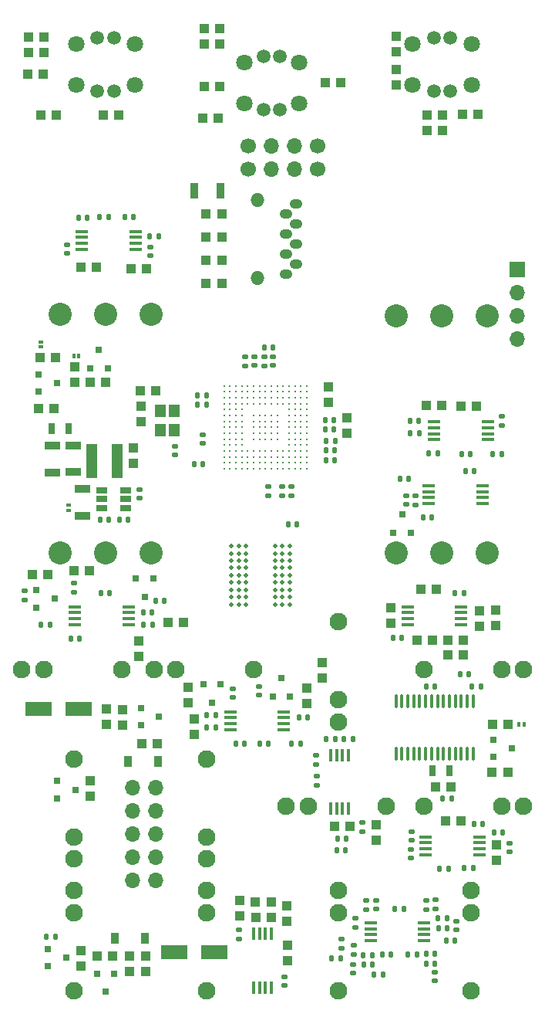
<source format=gbr>
G04 #@! TF.GenerationSoftware,KiCad,Pcbnew,8.0.5*
G04 #@! TF.CreationDate,2024-10-10T15:49:41-07:00*
G04 #@! TF.ProjectId,Sampler-built,53616d70-6c65-4722-9d62-75696c742e6b,rev?*
G04 #@! TF.SameCoordinates,PX38444c0PY67f3540*
G04 #@! TF.FileFunction,Soldermask,Top*
G04 #@! TF.FilePolarity,Negative*
%FSLAX46Y46*%
G04 Gerber Fmt 4.6, Leading zero omitted, Abs format (unit mm)*
G04 Created by KiCad (PCBNEW 8.0.5) date 2024-10-10 15:49:41*
%MOMM*%
%LPD*%
G01*
G04 APERTURE LIST*
G04 Aperture macros list*
%AMRoundRect*
0 Rectangle with rounded corners*
0 $1 Rounding radius*
0 $2 $3 $4 $5 $6 $7 $8 $9 X,Y pos of 4 corners*
0 Add a 4 corners polygon primitive as box body*
4,1,4,$2,$3,$4,$5,$6,$7,$8,$9,$2,$3,0*
0 Add four circle primitives for the rounded corners*
1,1,$1+$1,$2,$3*
1,1,$1+$1,$4,$5*
1,1,$1+$1,$6,$7*
1,1,$1+$1,$8,$9*
0 Add four rect primitives between the rounded corners*
20,1,$1+$1,$2,$3,$4,$5,0*
20,1,$1+$1,$4,$5,$6,$7,0*
20,1,$1+$1,$6,$7,$8,$9,0*
20,1,$1+$1,$8,$9,$2,$3,0*%
G04 Aperture macros list end*
%ADD10R,0.900000X1.200000*%
%ADD11RoundRect,0.147500X0.147500X0.172500X-0.147500X0.172500X-0.147500X-0.172500X0.147500X-0.172500X0*%
%ADD12R,1.000000X1.000000*%
%ADD13RoundRect,0.147500X0.172500X-0.147500X0.172500X0.147500X-0.172500X0.147500X-0.172500X-0.147500X0*%
%ADD14R,0.700000X1.300000*%
%ADD15R,0.439200X0.500000*%
%ADD16R,0.800100X0.800100*%
%ADD17R,1.450000X0.450000*%
%ADD18RoundRect,0.147500X-0.172500X0.147500X-0.172500X-0.147500X0.172500X-0.147500X0.172500X0.147500X0*%
%ADD19RoundRect,0.147500X-0.147500X-0.172500X0.147500X-0.172500X0.147500X0.172500X-0.147500X0.172500X0*%
%ADD20R,3.000000X1.600000*%
%ADD21R,0.500000X0.439200*%
%ADD22R,1.700000X0.900000*%
%ADD23C,1.700000*%
%ADD24O,1.700000X1.700000*%
%ADD25R,1.150000X1.400000*%
%ADD26R,1.700000X1.700000*%
%ADD27R,1.220000X0.650000*%
%ADD28C,0.300000*%
%ADD29R,0.450000X1.450000*%
%ADD30R,1.200000X3.700000*%
%ADD31C,0.500000*%
%ADD32R,0.900000X1.700000*%
%ADD33RoundRect,0.100000X-0.100000X0.637500X-0.100000X-0.637500X0.100000X-0.637500X0.100000X0.637500X0*%
%ADD34C,1.930400*%
%ADD35C,1.800000*%
%ADD36C,1.500000*%
%ADD37O,1.397000X1.092200*%
%ADD38O,1.524000X1.524000*%
%ADD39C,2.540000*%
G04 APERTURE END LIST*
D10*
G04 #@! TO.C,D16*
X-42001433Y26960078D03*
X-45301433Y26960078D03*
G04 #@! TD*
D11*
G04 #@! TO.C,C61*
X-44709785Y86695000D03*
X-45679785Y86695000D03*
G04 #@! TD*
D12*
G04 #@! TO.C,R3*
X-12494785Y96130000D03*
X-12494785Y97830000D03*
G04 #@! TD*
D13*
G04 #@! TO.C,C1*
X-31391285Y70381678D03*
X-31391285Y71351678D03*
G04 #@! TD*
D12*
G04 #@! TO.C,R57*
X-11854785Y40240000D03*
X-13554785Y40240000D03*
G04 #@! TD*
D14*
G04 #@! TO.C,C44*
X-11900000Y25950000D03*
X-10000000Y25950000D03*
G04 #@! TD*
D12*
G04 #@! TO.C,R59*
X-49484785Y24830000D03*
X-49484785Y23130000D03*
G04 #@! TD*
D15*
G04 #@! TO.C,JP4*
X-1831033Y31085078D03*
X-2371833Y31085078D03*
G04 #@! TD*
D16*
G04 #@! TO.C,Q11*
X-43901433Y32860078D03*
X-43901433Y30960078D03*
X-41902453Y31910078D03*
G04 #@! TD*
D12*
G04 #@! TO.C,R61*
X-27859785Y9450000D03*
X-27859785Y11150000D03*
G04 #@! TD*
D17*
G04 #@! TO.C,U15*
X-14604785Y43955000D03*
X-14604785Y43305000D03*
X-14604785Y42655000D03*
X-14604785Y42005000D03*
X-8704785Y42005000D03*
X-8704785Y42655000D03*
X-8704785Y43305000D03*
X-8704785Y43955000D03*
G04 #@! TD*
D12*
G04 #@! TO.C,C45*
X-11500000Y24210000D03*
X-9800000Y24210000D03*
G04 #@! TD*
D18*
G04 #@! TO.C,R42*
X-3424785Y18044750D03*
X-3424785Y17074750D03*
G04 #@! TD*
D12*
G04 #@! TO.C,C25*
X-42051433Y28960078D03*
X-43751433Y28960078D03*
G04 #@! TD*
G04 #@! TO.C,C47*
X-15874785Y102870000D03*
X-15874785Y101170000D03*
G04 #@! TD*
D11*
G04 #@! TO.C,R161*
X-11576648Y4820078D03*
X-12546648Y4820078D03*
G04 #@! TD*
D12*
G04 #@! TO.C,C79*
X-50514785Y81185000D03*
X-48814785Y81185000D03*
G04 #@! TD*
G04 #@! TO.C,C55*
X-54981433Y71250078D03*
X-53281433Y71250078D03*
G04 #@! TD*
D18*
G04 #@! TO.C,C36*
X-37111285Y62821678D03*
X-37111285Y61851678D03*
G04 #@! TD*
D12*
G04 #@! TO.C,C65*
X-7006648Y65934638D03*
X-8706648Y65934638D03*
G04 #@! TD*
G04 #@! TO.C,R71*
X-37084785Y97550000D03*
X-35384785Y97550000D03*
G04 #@! TD*
D19*
G04 #@! TO.C,R52*
X-21562208Y29416592D03*
X-20592208Y29416592D03*
G04 #@! TD*
G04 #@! TO.C,C88*
X-12908296Y53750156D03*
X-11938296Y53750156D03*
G04 #@! TD*
D20*
G04 #@! TO.C,C24*
X-40246648Y6090078D03*
X-35846648Y6090078D03*
G04 #@! TD*
D12*
G04 #@! TO.C,R74*
X-35194785Y105670000D03*
X-36894785Y105670000D03*
G04 #@! TD*
D11*
G04 #@! TO.C,R55*
X-4139785Y19159750D03*
X-5109785Y19159750D03*
G04 #@! TD*
D21*
G04 #@! TO.C,JP2*
X-51851433Y55055478D03*
X-51851433Y54514678D03*
G04 #@! TD*
D18*
G04 #@! TO.C,R49*
X-14199785Y17344750D03*
X-14199785Y16374750D03*
G04 #@! TD*
D19*
G04 #@! TO.C,R41*
X-5248296Y60644638D03*
X-4278296Y60644638D03*
G04 #@! TD*
D22*
G04 #@! TO.C,C67*
X-50294940Y53940000D03*
X-50294940Y56840000D03*
G04 #@! TD*
D23*
G04 #@! TO.C,J4*
X-32104785Y91900000D03*
X-32104785Y94440000D03*
D24*
X-29564785Y91900000D03*
X-29564785Y94440000D03*
X-27024785Y91900000D03*
X-27024785Y94440000D03*
D23*
X-24484785Y91900000D03*
X-24484785Y94440000D03*
G04 #@! TD*
D19*
G04 #@! TO.C,C13*
X-23546285Y60016678D03*
X-22576285Y60016678D03*
G04 #@! TD*
D11*
G04 #@! TO.C,R12*
X-13331648Y62980078D03*
X-14301648Y62980078D03*
G04 #@! TD*
D18*
G04 #@! TO.C,R40*
X-4226648Y64789638D03*
X-4226648Y63819638D03*
G04 #@! TD*
D12*
G04 #@! TO.C,R21*
X-25654785Y35040000D03*
X-25654785Y33340000D03*
G04 #@! TD*
D16*
G04 #@! TO.C,D15*
X-16143296Y52069396D03*
X-14243296Y52069396D03*
X-15193296Y54068376D03*
G04 #@! TD*
D11*
G04 #@! TO.C,C6*
X-37059785Y59600000D03*
X-38029785Y59600000D03*
G04 #@! TD*
D19*
G04 #@! TO.C,R30*
X-36639785Y32100000D03*
X-35669785Y32100000D03*
G04 #@! TD*
G04 #@! TO.C,C8*
X-10735000Y22920000D03*
X-9765000Y22920000D03*
G04 #@! TD*
G04 #@! TO.C,R66*
X-48359940Y53510000D03*
X-47389940Y53510000D03*
G04 #@! TD*
D16*
G04 #@! TO.C,U6*
X-55102193Y69410078D03*
X-55102193Y67510078D03*
X-53103213Y68460078D03*
G04 #@! TD*
D11*
G04 #@! TO.C,R162*
X-13596648Y5790078D03*
X-14566648Y5790078D03*
G04 #@! TD*
D19*
G04 #@! TO.C,C73*
X-33459785Y28970000D03*
X-32489785Y28970000D03*
G04 #@! TD*
D12*
G04 #@! TO.C,C90*
X-8744785Y20454750D03*
X-10444785Y20454750D03*
G04 #@! TD*
D16*
G04 #@! TO.C,D24*
X-35134785Y35420760D03*
X-37034785Y35420760D03*
X-36084785Y33421780D03*
G04 #@! TD*
D11*
G04 #@! TO.C,R65*
X-45274785Y53490000D03*
X-46244785Y53490000D03*
G04 #@! TD*
G04 #@! TO.C,C87*
X-7291648Y58805078D03*
X-8261648Y58805078D03*
G04 #@! TD*
D12*
G04 #@! TO.C,C22*
X-42234785Y67640000D03*
X-43934785Y67640000D03*
G04 #@! TD*
D19*
G04 #@! TO.C,R160*
X-22941648Y5380078D03*
X-21971648Y5380078D03*
G04 #@! TD*
D18*
G04 #@! TO.C,R164*
X-9216648Y9485078D03*
X-9216648Y8515078D03*
G04 #@! TD*
D13*
G04 #@! TO.C,R44*
X-14179785Y18339750D03*
X-14179785Y19309750D03*
G04 #@! TD*
D22*
G04 #@! TO.C,C70*
X-51301433Y61590078D03*
X-51301433Y58690078D03*
G04 #@! TD*
D19*
G04 #@! TO.C,C59*
X-12251648Y60724638D03*
X-11281648Y60724638D03*
G04 #@! TD*
D18*
G04 #@! TO.C,R7*
X-19126648Y11725078D03*
X-19126648Y10755078D03*
G04 #@! TD*
D12*
G04 #@! TO.C,C83*
X-12556648Y65994638D03*
X-10856648Y65994638D03*
G04 #@! TD*
G04 #@! TO.C,R73*
X-15874785Y106490000D03*
X-15874785Y104790000D03*
G04 #@! TD*
D19*
G04 #@! TO.C,R23*
X-42924785Y84525000D03*
X-41954785Y84525000D03*
G04 #@! TD*
D18*
G04 #@! TO.C,R14*
X-12506648Y11715078D03*
X-12506648Y10745078D03*
G04 #@! TD*
D12*
G04 #@! TO.C,C57*
X-4824785Y17809750D03*
X-4824785Y16109750D03*
G04 #@! TD*
G04 #@! TO.C,C49*
X-3598653Y31024052D03*
X-5298653Y31024052D03*
G04 #@! TD*
D18*
G04 #@! TO.C,R18*
X-13753296Y56075156D03*
X-13753296Y55105156D03*
G04 #@! TD*
D12*
G04 #@! TO.C,C66*
X-43244785Y81015000D03*
X-44944785Y81015000D03*
G04 #@! TD*
D11*
G04 #@! TO.C,C60*
X-7681648Y60694638D03*
X-8651648Y60694638D03*
G04 #@! TD*
D12*
G04 #@! TO.C,R5*
X-10754785Y96150000D03*
X-10754785Y97850000D03*
G04 #@! TD*
D16*
G04 #@! TO.C,D1*
X-29424785Y34099240D03*
X-27524785Y34099240D03*
X-28474785Y36098220D03*
G04 #@! TD*
D18*
G04 #@! TO.C,C11*
X-28381285Y57101678D03*
X-28381285Y56131678D03*
G04 #@! TD*
D19*
G04 #@! TO.C,R47*
X-7530000Y35177500D03*
X-6560000Y35177500D03*
G04 #@! TD*
D12*
G04 #@! TO.C,C20*
X-43401433Y5640078D03*
X-43401433Y3940078D03*
G04 #@! TD*
G04 #@! TO.C,C39*
X-56194785Y104730000D03*
X-56194785Y106430000D03*
G04 #@! TD*
G04 #@! TO.C,C26*
X-48678081Y5620156D03*
X-46978081Y5620156D03*
G04 #@! TD*
G04 #@! TO.C,R29*
X-10154785Y40255000D03*
X-8454785Y40255000D03*
G04 #@! TD*
G04 #@! TO.C,C46*
X-4904785Y43555000D03*
X-4904785Y41855000D03*
G04 #@! TD*
G04 #@! TO.C,R37*
X-45151433Y5640078D03*
X-45151433Y3940078D03*
G04 #@! TD*
G04 #@! TO.C,R79*
X-36721433Y84500078D03*
X-35021433Y84500078D03*
G04 #@! TD*
G04 #@! TO.C,C2*
X-23261285Y66356678D03*
X-23261285Y68056678D03*
G04 #@! TD*
D19*
G04 #@! TO.C,R48*
X-8851648Y36530078D03*
X-7881648Y36530078D03*
G04 #@! TD*
D25*
G04 #@! TO.C,Y1*
X-41744785Y65410000D03*
X-40244785Y63310000D03*
X-41744785Y63310000D03*
X-40244785Y65410000D03*
G04 #@! TD*
D12*
G04 #@! TO.C,R68*
X-54854785Y97830000D03*
X-53154785Y97830000D03*
G04 #@! TD*
D11*
G04 #@! TO.C,C35*
X-8419785Y45455000D03*
X-9389785Y45455000D03*
G04 #@! TD*
D16*
G04 #@! TO.C,D22*
X-42536648Y47050838D03*
X-44436648Y47050838D03*
X-43486648Y45051858D03*
G04 #@! TD*
D11*
G04 #@! TO.C,C17*
X-36686285Y66056678D03*
X-37656285Y66056678D03*
G04 #@! TD*
D12*
G04 #@! TO.C,R80*
X-36721433Y87050078D03*
X-35021433Y87050078D03*
G04 #@! TD*
D11*
G04 #@! TO.C,C64*
X-47320732Y45435078D03*
X-48290732Y45435078D03*
G04 #@! TD*
D18*
G04 #@! TO.C,C76*
X-24631648Y27635078D03*
X-24631648Y26665078D03*
G04 #@! TD*
D12*
G04 #@! TO.C,C42*
X-10145665Y38680500D03*
X-8445665Y38680500D03*
G04 #@! TD*
D17*
G04 #@! TO.C,U10*
X-28164785Y30465000D03*
X-28164785Y31115000D03*
X-28164785Y31765000D03*
X-28164785Y32415000D03*
X-34064785Y32415000D03*
X-34064785Y31765000D03*
X-34064785Y31115000D03*
X-34064785Y30465000D03*
G04 #@! TD*
D11*
G04 #@! TO.C,C150*
X-10277816Y9800078D03*
X-11247816Y9800078D03*
G04 #@! TD*
D19*
G04 #@! TO.C,R2*
X-27339785Y28940000D03*
X-26369785Y28940000D03*
G04 #@! TD*
D11*
G04 #@! TO.C,R50*
X-21311648Y18550078D03*
X-22281648Y18550078D03*
G04 #@! TD*
G04 #@! TO.C,R152*
X-17288296Y3600156D03*
X-18258296Y3600156D03*
G04 #@! TD*
D26*
G04 #@! TO.C,J3*
X-2524785Y80900000D03*
D24*
X-2524785Y78360000D03*
X-2524785Y75820000D03*
X-2524785Y73280000D03*
G04 #@! TD*
D19*
G04 #@! TO.C,R11*
X-14343352Y64278158D03*
X-13373352Y64278158D03*
G04 #@! TD*
D27*
G04 #@! TO.C,U13*
X-48214785Y56680000D03*
X-48214785Y55730000D03*
X-48214785Y54780000D03*
X-45594785Y54780000D03*
X-45594785Y55730000D03*
X-45594785Y56680000D03*
G04 #@! TD*
D12*
G04 #@! TO.C,R20*
X-44088197Y38521867D03*
X-44088197Y40221867D03*
G04 #@! TD*
G04 #@! TO.C,C51*
X-5308005Y25817500D03*
X-3608005Y25817500D03*
G04 #@! TD*
D19*
G04 #@! TO.C,R51*
X-22401648Y17280078D03*
X-21431648Y17280078D03*
G04 #@! TD*
D21*
G04 #@! TO.C,JP11*
X-54876433Y72980478D03*
X-54876433Y72439678D03*
G04 #@! TD*
D28*
G04 #@! TO.C,U2*
X-34751285Y68166678D03*
X-34101285Y68166678D03*
X-33451285Y68166678D03*
X-32801285Y68166678D03*
X-32151285Y68166678D03*
X-31501285Y68166678D03*
X-30851285Y68166678D03*
X-30201285Y68166678D03*
X-29551285Y68166678D03*
X-28901285Y68166678D03*
X-28251285Y68166678D03*
X-27601285Y68166678D03*
X-26951285Y68166678D03*
X-26301285Y68166678D03*
X-25651285Y68166678D03*
X-34751285Y67516678D03*
X-34101285Y67516678D03*
X-33451285Y67516678D03*
X-32801285Y67516678D03*
X-32151285Y67516678D03*
X-31501285Y67516678D03*
X-30851285Y67516678D03*
X-30201285Y67516678D03*
X-29551285Y67516678D03*
X-28901285Y67516678D03*
X-28251285Y67516678D03*
X-27601285Y67516678D03*
X-26951285Y67516678D03*
X-26301285Y67516678D03*
X-25651285Y67516678D03*
X-34751285Y66866678D03*
X-34101285Y66866678D03*
X-33451285Y66866678D03*
X-32801285Y66866678D03*
X-32151285Y66866678D03*
X-31501285Y66866678D03*
X-30851285Y66866678D03*
X-30201285Y66866678D03*
X-29551285Y66866678D03*
X-28901285Y66866678D03*
X-28251285Y66866678D03*
X-27601285Y66866678D03*
X-26951285Y66866678D03*
X-26301285Y66866678D03*
X-25651285Y66866678D03*
X-34751285Y66216678D03*
X-34101285Y66216678D03*
X-33451285Y66216678D03*
X-32801285Y66216678D03*
X-32151285Y66216678D03*
X-31501285Y66216678D03*
X-30851285Y66216678D03*
X-30201285Y66216678D03*
X-29551285Y66216678D03*
X-28901285Y66216678D03*
X-28251285Y66216678D03*
X-27601285Y66216678D03*
X-26951285Y66216678D03*
X-26301285Y66216678D03*
X-25651285Y66216678D03*
X-34751285Y65566678D03*
X-34101285Y65566678D03*
X-33451285Y65566678D03*
X-32801285Y65566678D03*
X-27601285Y65566678D03*
X-26951285Y65566678D03*
X-26301285Y65566678D03*
X-25651285Y65566678D03*
X-34751285Y64916678D03*
X-34101285Y64916678D03*
X-33451285Y64916678D03*
X-32801285Y64916678D03*
X-31501285Y64916678D03*
X-30851285Y64916678D03*
X-30201285Y64916678D03*
X-29551285Y64916678D03*
X-28901285Y64916678D03*
X-27601285Y64916678D03*
X-26951285Y64916678D03*
X-26301285Y64916678D03*
X-25651285Y64916678D03*
X-34751285Y64266678D03*
X-34101285Y64266678D03*
X-33451285Y64266678D03*
X-32801285Y64266678D03*
X-31501285Y64266678D03*
X-30851285Y64266678D03*
X-30201285Y64266678D03*
X-29551285Y64266678D03*
X-28901285Y64266678D03*
X-27601285Y64266678D03*
X-26951285Y64266678D03*
X-26301285Y64266678D03*
X-25651285Y64266678D03*
X-34751285Y63616678D03*
X-34101285Y63616678D03*
X-33451285Y63616678D03*
X-32801285Y63616678D03*
X-31501285Y63616678D03*
X-30851285Y63616678D03*
X-30201285Y63616678D03*
X-29551285Y63616678D03*
X-28901285Y63616678D03*
X-27601285Y63616678D03*
X-26951285Y63616678D03*
X-26301285Y63616678D03*
X-25651285Y63616678D03*
X-34751285Y62966678D03*
X-34101285Y62966678D03*
X-33451285Y62966678D03*
X-32801285Y62966678D03*
X-31501285Y62966678D03*
X-30851285Y62966678D03*
X-30201285Y62966678D03*
X-29551285Y62966678D03*
X-28901285Y62966678D03*
X-27601285Y62966678D03*
X-26951285Y62966678D03*
X-26301285Y62966678D03*
X-25651285Y62966678D03*
X-34751285Y62316678D03*
X-34101285Y62316678D03*
X-33451285Y62316678D03*
X-32801285Y62316678D03*
X-31501285Y62316678D03*
X-30851285Y62316678D03*
X-30201285Y62316678D03*
X-29551285Y62316678D03*
X-28901285Y62316678D03*
X-27601285Y62316678D03*
X-26951285Y62316678D03*
X-26301285Y62316678D03*
X-25651285Y62316678D03*
X-34751285Y61666678D03*
X-34101285Y61666678D03*
X-33451285Y61666678D03*
X-32801285Y61666678D03*
X-27601285Y61666678D03*
X-26951285Y61666678D03*
X-26301285Y61666678D03*
X-25651285Y61666678D03*
X-34751285Y61016678D03*
X-34101285Y61016678D03*
X-33451285Y61016678D03*
X-32801285Y61016678D03*
X-32151285Y61016678D03*
X-31501285Y61016678D03*
X-30851285Y61016678D03*
X-30201285Y61016678D03*
X-29551285Y61016678D03*
X-28901285Y61016678D03*
X-28251285Y61016678D03*
X-27601285Y61016678D03*
X-26951285Y61016678D03*
X-26301285Y61016678D03*
X-25651285Y61016678D03*
X-34751285Y60366678D03*
X-34101285Y60366678D03*
X-33451285Y60366678D03*
X-32801285Y60366678D03*
X-32151285Y60366678D03*
X-31501285Y60366678D03*
X-30851285Y60366678D03*
X-30201285Y60366678D03*
X-29551285Y60366678D03*
X-28901285Y60366678D03*
X-28251285Y60366678D03*
X-27601285Y60366678D03*
X-26951285Y60366678D03*
X-26301285Y60366678D03*
X-25651285Y60366678D03*
X-34751285Y59716678D03*
X-34101285Y59716678D03*
X-33451285Y59716678D03*
X-32801285Y59716678D03*
X-32151285Y59716678D03*
X-31501285Y59716678D03*
X-30851285Y59716678D03*
X-30201285Y59716678D03*
X-29551285Y59716678D03*
X-28901285Y59716678D03*
X-28251285Y59716678D03*
X-27601285Y59716678D03*
X-26951285Y59716678D03*
X-26301285Y59716678D03*
X-25651285Y59716678D03*
X-34751285Y59066678D03*
X-34101285Y59066678D03*
X-33451285Y59066678D03*
X-32801285Y59066678D03*
X-32151285Y59066678D03*
X-31501285Y59066678D03*
X-30851285Y59066678D03*
X-30201285Y59066678D03*
X-29551285Y59066678D03*
X-28901285Y59066678D03*
X-28251285Y59066678D03*
X-27601285Y59066678D03*
X-26951285Y59066678D03*
X-26301285Y59066678D03*
X-25651285Y59066678D03*
G04 #@! TD*
D29*
G04 #@! TO.C,U11*
X-21096648Y27680078D03*
X-21746648Y27680078D03*
X-22396648Y27680078D03*
X-23046648Y27680078D03*
X-23046648Y21780078D03*
X-22396648Y21780078D03*
X-21746648Y21780078D03*
X-21096648Y21780078D03*
G04 #@! TD*
D13*
G04 #@! TO.C,R22*
X-42834785Y82430000D03*
X-42834785Y83400000D03*
G04 #@! TD*
G04 #@! TO.C,C3*
X-29371285Y70391678D03*
X-29371285Y71361678D03*
G04 #@! TD*
D18*
G04 #@! TO.C,C38*
X-33079785Y8485000D03*
X-33079785Y7515000D03*
G04 #@! TD*
D17*
G04 #@! TO.C,U12*
X-12766648Y7325078D03*
X-12766648Y7975078D03*
X-12766648Y8625078D03*
X-12766648Y9275078D03*
X-18666648Y9275078D03*
X-18666648Y8625078D03*
X-18666648Y7975078D03*
X-18666648Y7325078D03*
G04 #@! TD*
D19*
G04 #@! TO.C,C72*
X-11099785Y15214750D03*
X-10129785Y15214750D03*
G04 #@! TD*
D12*
G04 #@! TO.C,R24*
X-38034785Y29940000D03*
X-38034785Y31640000D03*
G04 #@! TD*
G04 #@! TO.C,C52*
X-18071648Y18380078D03*
X-18071648Y20080078D03*
G04 #@! TD*
G04 #@! TO.C,R77*
X-36721433Y79400078D03*
X-35021433Y79400078D03*
G04 #@! TD*
G04 #@! TO.C,C58*
X-44728785Y59634000D03*
X-44728785Y61334000D03*
G04 #@! TD*
D19*
G04 #@! TO.C,C9*
X-23656285Y63386678D03*
X-22686285Y63386678D03*
G04 #@! TD*
G04 #@! TO.C,C29*
X-27716285Y52946678D03*
X-26746285Y52946678D03*
G04 #@! TD*
D20*
G04 #@! TO.C,C21*
X-55101433Y32710078D03*
X-50701433Y32710078D03*
G04 #@! TD*
D13*
G04 #@! TO.C,C97*
X-14753296Y55175156D03*
X-14753296Y56145156D03*
G04 #@! TD*
D12*
G04 #@! TO.C,R13*
X-46304785Y97860000D03*
X-48004785Y97860000D03*
G04 #@! TD*
G04 #@! TO.C,R26*
X-39246648Y42250078D03*
X-40946648Y42250078D03*
G04 #@! TD*
D11*
G04 #@! TO.C,C18*
X-36711285Y67116678D03*
X-37681285Y67116678D03*
G04 #@! TD*
D12*
G04 #@! TO.C,R31*
X-47651433Y31010078D03*
X-47651433Y32710078D03*
G04 #@! TD*
G04 #@! TO.C,C54*
X-36914785Y107290000D03*
X-35214785Y107290000D03*
G04 #@! TD*
D18*
G04 #@! TO.C,C10*
X-27341285Y57111678D03*
X-27341285Y56141678D03*
G04 #@! TD*
G04 #@! TO.C,R33*
X-51246648Y46510078D03*
X-51246648Y45540078D03*
G04 #@! TD*
D12*
G04 #@! TO.C,R63*
X-33009785Y10020000D03*
X-33009785Y11720000D03*
G04 #@! TD*
D29*
G04 #@! TO.C,U16*
X-31504785Y2160000D03*
X-30854785Y2160000D03*
X-30204785Y2160000D03*
X-29554785Y2160000D03*
X-29554785Y8060000D03*
X-30204785Y8060000D03*
X-30854785Y8060000D03*
X-31504785Y8060000D03*
G04 #@! TD*
D11*
G04 #@! TO.C,C19*
X-53279785Y7800000D03*
X-54249785Y7800000D03*
G04 #@! TD*
G04 #@! TO.C,R81*
X-35664785Y30670000D03*
X-36634785Y30670000D03*
G04 #@! TD*
D19*
G04 #@! TO.C,C62*
X-48429785Y86635000D03*
X-47459785Y86635000D03*
G04 #@! TD*
D18*
G04 #@! TO.C,R158*
X-20512816Y6805078D03*
X-20512816Y5835078D03*
G04 #@! TD*
D19*
G04 #@! TO.C,C14*
X-23656285Y64426678D03*
X-22686285Y64426678D03*
G04 #@! TD*
D18*
G04 #@! TO.C,C152*
X-20622816Y4715078D03*
X-20622816Y3745078D03*
G04 #@! TD*
D17*
G04 #@! TO.C,U1*
X-5806648Y62245078D03*
X-5806648Y62895078D03*
X-5806648Y63545078D03*
X-5806648Y64195078D03*
X-11706648Y64195078D03*
X-11706648Y63545078D03*
X-11706648Y62895078D03*
X-11706648Y62245078D03*
G04 #@! TD*
D12*
G04 #@! TO.C,R9*
X-16454785Y42130000D03*
X-16454785Y43830000D03*
G04 #@! TD*
G04 #@! TO.C,R64*
X-6894785Y97920000D03*
X-8594785Y97920000D03*
G04 #@! TD*
D13*
G04 #@! TO.C,R67*
X-44044940Y55815000D03*
X-44044940Y56785000D03*
G04 #@! TD*
D11*
G04 #@! TO.C,R4*
X-22546285Y62156678D03*
X-23516285Y62156678D03*
G04 #@! TD*
D16*
G04 #@! TO.C,V2*
X-49444785Y70090000D03*
X-47544785Y70090000D03*
X-48494785Y72088980D03*
G04 #@! TD*
D11*
G04 #@! TO.C,R27*
X-42631648Y41990078D03*
X-43601648Y41990078D03*
G04 #@! TD*
D13*
G04 #@! TO.C,C7*
X-32431285Y70371678D03*
X-32431285Y71341678D03*
G04 #@! TD*
D11*
G04 #@! TO.C,C78*
X-15011648Y10780078D03*
X-15981648Y10780078D03*
G04 #@! TD*
D12*
G04 #@! TO.C,R35*
X-56354785Y102360000D03*
X-54654785Y102360000D03*
G04 #@! TD*
D11*
G04 #@! TO.C,R34*
X-53891648Y41970078D03*
X-54861648Y41970078D03*
G04 #@! TD*
D12*
G04 #@! TO.C,R56*
X-6704785Y43505000D03*
X-6704785Y41805000D03*
G04 #@! TD*
D13*
G04 #@! TO.C,C85*
X-56626648Y44685078D03*
X-56626648Y45655078D03*
G04 #@! TD*
D12*
G04 #@! TO.C,C48*
X-20926648Y19910078D03*
X-22626648Y19910078D03*
G04 #@! TD*
G04 #@! TO.C,R36*
X-54554785Y104730000D03*
X-54554785Y106430000D03*
G04 #@! TD*
D13*
G04 #@! TO.C,R159*
X-20326648Y8805078D03*
X-20326648Y9775078D03*
G04 #@! TD*
G04 #@! TO.C,C50*
X-30311285Y70371678D03*
X-30311285Y71341678D03*
G04 #@! TD*
D30*
G04 #@! TO.C,L1*
X-46454785Y59940000D03*
X-49254785Y59940000D03*
G04 #@! TD*
D18*
G04 #@! TO.C,C12*
X-29941285Y57101678D03*
X-29941285Y56131678D03*
G04 #@! TD*
G04 #@! TO.C,R6*
X-18086648Y11745078D03*
X-18086648Y10775078D03*
G04 #@! TD*
D11*
G04 #@! TO.C,R8*
X-29379785Y72360000D03*
X-30349785Y72360000D03*
G04 #@! TD*
D12*
G04 #@! TO.C,R60*
X-27764785Y6800000D03*
X-27764785Y5100000D03*
G04 #@! TD*
D17*
G04 #@! TO.C,U3*
X-50374785Y85085000D03*
X-50374785Y84435000D03*
X-50374785Y83785000D03*
X-50374785Y83135000D03*
X-44474785Y83135000D03*
X-44474785Y83785000D03*
X-44474785Y84435000D03*
X-44474785Y85085000D03*
G04 #@! TD*
D12*
G04 #@! TO.C,R15*
X-23944785Y37840000D03*
X-23944785Y36140000D03*
G04 #@! TD*
D13*
G04 #@! TO.C,C15*
X-40161433Y60555078D03*
X-40161433Y61525078D03*
G04 #@! TD*
D24*
G04 #@! TO.C,J10*
X-42274785Y13930000D03*
X-44814785Y13930000D03*
X-42274785Y16470000D03*
X-44814785Y16470000D03*
X-42274785Y19010000D03*
X-44814785Y19010000D03*
X-42274785Y21550000D03*
X-44814785Y21550000D03*
X-42274785Y24090000D03*
X-44814785Y24090000D03*
G04 #@! TD*
D19*
G04 #@! TO.C,C77*
X-17396648Y5780078D03*
X-16426648Y5780078D03*
G04 #@! TD*
D11*
G04 #@! TO.C,R157*
X-18432816Y4710078D03*
X-19402816Y4710078D03*
G04 #@! TD*
D18*
G04 #@! TO.C,C82*
X-30884785Y35235000D03*
X-30884785Y34265000D03*
G04 #@! TD*
D11*
G04 #@! TO.C,C149*
X-11576648Y5860078D03*
X-12546648Y5860078D03*
G04 #@! TD*
D19*
G04 #@! TO.C,C86*
X-42291648Y44550078D03*
X-41321648Y44550078D03*
G04 #@! TD*
D18*
G04 #@! TO.C,R54*
X-19551648Y20260078D03*
X-19551648Y19290078D03*
G04 #@! TD*
D12*
G04 #@! TO.C,C56*
X-55151433Y65710078D03*
X-53451433Y65710078D03*
G04 #@! TD*
G04 #@! TO.C,R25*
X-55796648Y47470078D03*
X-54096648Y47470078D03*
G04 #@! TD*
D16*
G04 #@! TO.C,D3*
X-53065545Y24840000D03*
X-53065545Y22940000D03*
X-51066565Y23890000D03*
G04 #@! TD*
D19*
G04 #@! TO.C,R28*
X-43621648Y43340078D03*
X-42651648Y43340078D03*
G04 #@! TD*
D22*
G04 #@! TO.C,C68*
X-53636381Y61568456D03*
X-53636381Y58668456D03*
G04 #@! TD*
D16*
G04 #@! TO.C,D7*
X-54075545Y6430000D03*
X-54075545Y4530000D03*
X-52076565Y5480000D03*
G04 #@! TD*
D17*
G04 #@! TO.C,U5*
X-45226648Y41985078D03*
X-45226648Y42635078D03*
X-45226648Y43285078D03*
X-45226648Y43935078D03*
X-51126648Y43935078D03*
X-51126648Y43285078D03*
X-51126648Y42635078D03*
X-51126648Y41985078D03*
G04 #@! TD*
D19*
G04 #@! TO.C,C53*
X-23546285Y61086678D03*
X-22576285Y61086678D03*
G04 #@! TD*
D16*
G04 #@! TO.C,D26*
X-55357408Y45760078D03*
X-55357408Y43860078D03*
X-53358428Y44810078D03*
G04 #@! TD*
D13*
G04 #@! TO.C,R45*
X-51994785Y82665000D03*
X-51994785Y83635000D03*
G04 #@! TD*
D12*
G04 #@! TO.C,R17*
X-49526648Y47920078D03*
X-51226648Y47920078D03*
G04 #@! TD*
D31*
G04 #@! TO.C,U4*
X-27551285Y44196678D03*
X-28351285Y44196678D03*
X-29151285Y44196678D03*
X-32351285Y44196678D03*
X-33151285Y44196678D03*
X-33951285Y44196678D03*
X-27551285Y44996678D03*
X-28351285Y44996678D03*
X-29151285Y44996678D03*
X-32351285Y44996678D03*
X-33151285Y44996678D03*
X-33951285Y44996678D03*
X-27551285Y45796678D03*
X-28351285Y45796678D03*
X-29151285Y45796678D03*
X-32351285Y45796678D03*
X-33151285Y45796678D03*
X-33951285Y45796678D03*
X-27551285Y46596678D03*
X-28351285Y46596678D03*
X-29151285Y46596678D03*
X-32351285Y46596678D03*
X-33151285Y46596678D03*
X-33951285Y46596678D03*
X-27551285Y47396678D03*
X-28351285Y47396678D03*
X-29151285Y47396678D03*
X-32351285Y47396678D03*
X-33151285Y47396678D03*
X-33951285Y47396678D03*
X-27551285Y48196678D03*
X-28351285Y48196678D03*
X-29151285Y48196678D03*
X-32351285Y48196678D03*
X-33151285Y48196678D03*
X-33951285Y48196678D03*
X-27551285Y48996678D03*
X-28351285Y48996678D03*
X-29151285Y48996678D03*
X-32351285Y48996678D03*
X-33151285Y48996678D03*
X-33951285Y48996678D03*
X-27551285Y49796678D03*
X-28351285Y49796678D03*
X-29151285Y49796678D03*
X-32351285Y49796678D03*
X-33151285Y49796678D03*
X-33951285Y49796678D03*
X-27551285Y50596678D03*
X-28351285Y50596678D03*
X-29151285Y50596678D03*
X-32351285Y50596678D03*
X-33151285Y50596678D03*
X-33951285Y50596678D03*
G04 #@! TD*
D13*
G04 #@! TO.C,C40*
X-28134785Y2425000D03*
X-28134785Y3395000D03*
G04 #@! TD*
D10*
G04 #@! TO.C,D17*
X-43434785Y7590000D03*
X-46734785Y7590000D03*
G04 #@! TD*
D11*
G04 #@! TO.C,C71*
X-6339785Y20159750D03*
X-7309785Y20159750D03*
G04 #@! TD*
D12*
G04 #@! TO.C,C16*
X-45901433Y30960078D03*
X-45901433Y32660078D03*
G04 #@! TD*
G04 #@! TO.C,C84*
X-29569785Y9920000D03*
X-31269785Y9920000D03*
G04 #@! TD*
D11*
G04 #@! TO.C,R1*
X-25569785Y31820000D03*
X-26539785Y31820000D03*
G04 #@! TD*
D19*
G04 #@! TO.C,R46*
X-50754785Y86605000D03*
X-49784785Y86605000D03*
G04 #@! TD*
D32*
G04 #@! TO.C,C43*
X-38011433Y89570078D03*
X-35111433Y89570078D03*
G04 #@! TD*
D12*
G04 #@! TO.C,R58*
X-50454785Y4540000D03*
X-50454785Y6240000D03*
G04 #@! TD*
G04 #@! TO.C,C81*
X-51144785Y70220760D03*
X-51144785Y68520760D03*
G04 #@! TD*
D17*
G04 #@! TO.C,U8*
X-12624785Y18709750D03*
X-12624785Y18059750D03*
X-12624785Y17409750D03*
X-12624785Y16759750D03*
X-6724785Y16759750D03*
X-6724785Y17409750D03*
X-6724785Y18059750D03*
X-6724785Y18709750D03*
G04 #@! TD*
D12*
G04 #@! TO.C,R75*
X-35254785Y101020000D03*
X-36954785Y101020000D03*
G04 #@! TD*
G04 #@! TO.C,R32*
X-13104785Y45855000D03*
X-11404785Y45855000D03*
G04 #@! TD*
D11*
G04 #@! TO.C,C41*
X-11595000Y35210000D03*
X-12565000Y35210000D03*
G04 #@! TD*
D12*
G04 #@! TO.C,C80*
X-47734785Y68520760D03*
X-49434785Y68520760D03*
G04 #@! TD*
D16*
G04 #@! TO.C,Q12*
X-46821433Y3730838D03*
X-48721433Y3730838D03*
X-47771433Y1731858D03*
G04 #@! TD*
D11*
G04 #@! TO.C,C153*
X-9396648Y7360078D03*
X-10366648Y7360078D03*
G04 #@! TD*
D15*
G04 #@! TO.C,JP3*
X-50726433Y71435078D03*
X-51267233Y71435078D03*
G04 #@! TD*
D16*
G04 #@! TO.C,V1*
X-5148765Y29347500D03*
X-5148765Y27447500D03*
X-3149785Y28397500D03*
G04 #@! TD*
D13*
G04 #@! TO.C,C75*
X-24601648Y24365078D03*
X-24601648Y25335078D03*
G04 #@! TD*
G04 #@! TO.C,C34*
X-33784785Y34005000D03*
X-33784785Y34975000D03*
G04 #@! TD*
D12*
G04 #@! TO.C,C23*
X-43884785Y64250000D03*
X-43884785Y65950000D03*
G04 #@! TD*
D11*
G04 #@! TO.C,R43*
X-7409785Y15284750D03*
X-8379785Y15284750D03*
G04 #@! TD*
D14*
G04 #@! TO.C,C69*
X-53691433Y63470078D03*
X-51791433Y63470078D03*
G04 #@! TD*
D13*
G04 #@! TO.C,C148*
X-21846648Y6525078D03*
X-21846648Y7495078D03*
G04 #@! TD*
D12*
G04 #@! TO.C,R16*
X-38704785Y35080000D03*
X-38704785Y33380000D03*
G04 #@! TD*
D33*
G04 #@! TO.C,U9*
X-7415000Y33582500D03*
X-8065000Y33582500D03*
X-8715000Y33582500D03*
X-9365000Y33582500D03*
X-10015000Y33582500D03*
X-10665000Y33582500D03*
X-11315000Y33582500D03*
X-11965000Y33582500D03*
X-12615000Y33582500D03*
X-13265000Y33582500D03*
X-13915000Y33582500D03*
X-14565000Y33582500D03*
X-15215000Y33582500D03*
X-15865000Y33582500D03*
X-15865000Y27857500D03*
X-15215000Y27857500D03*
X-14565000Y27857500D03*
X-13915000Y27857500D03*
X-13265000Y27857500D03*
X-12615000Y27857500D03*
X-11965000Y27857500D03*
X-11315000Y27857500D03*
X-10665000Y27857500D03*
X-10015000Y27857500D03*
X-9365000Y27857500D03*
X-8715000Y27857500D03*
X-8065000Y27857500D03*
X-7415000Y27857500D03*
G04 #@! TD*
D11*
G04 #@! TO.C,R19*
X-14458296Y57970156D03*
X-15428296Y57970156D03*
G04 #@! TD*
G04 #@! TO.C,C74*
X-29899785Y28970000D03*
X-30869785Y28970000D03*
G04 #@! TD*
D12*
G04 #@! TO.C,R78*
X-36721433Y81950078D03*
X-35021433Y81950078D03*
G04 #@! TD*
G04 #@! TO.C,R70*
X-21954785Y101390000D03*
X-23654785Y101390000D03*
G04 #@! TD*
D19*
G04 #@! TO.C,R163*
X-11227816Y8670078D03*
X-10257816Y8670078D03*
G04 #@! TD*
D12*
G04 #@! TO.C,C5*
X-21231285Y64646678D03*
X-21231285Y62946678D03*
G04 #@! TD*
D18*
G04 #@! TO.C,R10*
X-11506648Y11785078D03*
X-11506648Y10815078D03*
G04 #@! TD*
D12*
G04 #@! TO.C,R62*
X-29599785Y11530000D03*
X-31299785Y11530000D03*
G04 #@! TD*
D19*
G04 #@! TO.C,C63*
X-51570732Y40485078D03*
X-50600732Y40485078D03*
G04 #@! TD*
D13*
G04 #@! TO.C,R153*
X-11583296Y2925156D03*
X-11583296Y3895156D03*
G04 #@! TD*
D19*
G04 #@! TO.C,C37*
X-16199785Y40540000D03*
X-15229785Y40540000D03*
G04 #@! TD*
D17*
G04 #@! TO.C,U14*
X-12276648Y57205078D03*
X-12276648Y56555078D03*
X-12276648Y55905078D03*
X-12276648Y55255078D03*
X-6376648Y55255078D03*
X-6376648Y55905078D03*
X-6376648Y56555078D03*
X-6376648Y57205078D03*
G04 #@! TD*
D11*
G04 #@! TO.C,C147*
X-18477816Y5770078D03*
X-19447816Y5770078D03*
G04 #@! TD*
G04 #@! TO.C,R53*
X-22562208Y29426592D03*
X-23532208Y29426592D03*
G04 #@! TD*
D34*
G04 #@! TO.C,J12*
X-51206000Y27276000D03*
X-51206000Y16303200D03*
X-51206000Y18716200D03*
G04 #@! TD*
G04 #@! TO.C,J17*
X-22158000Y1833000D03*
X-22158000Y12805800D03*
X-22158000Y10392800D03*
G04 #@! TD*
G04 #@! TO.C,J16*
X-7630000Y1833000D03*
X-7630000Y12805800D03*
X-7630000Y10392800D03*
G04 #@! TD*
D35*
G04 #@! TO.C,Bank_But1*
X-7570000Y105654000D03*
X-14070000Y105654000D03*
X-7570000Y101154000D03*
X-14070000Y101154000D03*
D36*
X-9920000Y106304000D03*
X-11720000Y106304000D03*
X-11720000Y100504000D03*
X-9920000Y100504000D03*
G04 #@! TD*
D37*
G04 #@! TO.C,SD1*
X-27953000Y80396249D03*
X-26853180Y81496069D03*
X-27953000Y82596143D03*
X-26853180Y83695963D03*
X-27953000Y84796037D03*
X-26853180Y85895857D03*
X-27953000Y86995931D03*
X-26853180Y88095751D03*
D38*
X-31122920Y79953400D03*
X-31122920Y88538600D03*
G04 #@! TD*
D39*
G04 #@! TO.C,POT_LENGTH1*
X-42760000Y49810000D03*
X-47760000Y49810000D03*
X-52760000Y49810000D03*
G04 #@! TD*
D34*
G04 #@! TO.C,J2*
X-22157000Y42272000D03*
X-22157000Y31299200D03*
X-22157000Y33712200D03*
G04 #@! TD*
D39*
G04 #@! TO.C,POT_PITCH1*
X-5820000Y75803000D03*
X-10820000Y75803000D03*
X-15820000Y75803000D03*
G04 #@! TD*
D34*
G04 #@! TO.C,J7*
X-45999000Y37065000D03*
X-56971800Y37065000D03*
X-54558800Y37065000D03*
G04 #@! TD*
G04 #@! TO.C,J6*
X-31478000Y37065000D03*
X-42450800Y37065000D03*
X-40037800Y37065000D03*
G04 #@! TD*
G04 #@! TO.C,J15*
X-36685000Y1833000D03*
X-36685000Y12805800D03*
X-36685000Y10392800D03*
G04 #@! TD*
D35*
G04 #@! TO.C,REV_BUT1*
X-44510000Y105654000D03*
X-51010000Y105654000D03*
X-44510000Y101154000D03*
X-51010000Y101154000D03*
D36*
X-46860000Y106304000D03*
X-48660000Y106304000D03*
X-48660000Y100504000D03*
X-46860000Y100504000D03*
G04 #@! TD*
D34*
G04 #@! TO.C,J9*
X-36685000Y27276000D03*
X-36685000Y16303200D03*
X-36685000Y18716200D03*
G04 #@! TD*
G04 #@! TO.C,J8*
X-12838000Y37065000D03*
X-1865200Y37065000D03*
X-4278200Y37065000D03*
G04 #@! TD*
G04 #@! TO.C,J11*
X-51206000Y1833000D03*
X-51206000Y12805800D03*
X-51206000Y10392800D03*
G04 #@! TD*
G04 #@! TO.C,J13*
X-12838000Y22069000D03*
X-1865200Y22069000D03*
X-4278200Y22069000D03*
G04 #@! TD*
G04 #@! TO.C,J14*
X-16951000Y22069000D03*
X-27923800Y22069000D03*
X-25510800Y22069000D03*
G04 #@! TD*
D35*
G04 #@! TO.C,PLAY_BUT1*
X-26535000Y103622000D03*
X-32527000Y103622000D03*
X-26535000Y99122000D03*
X-32527000Y99122000D03*
D36*
X-28631000Y104272000D03*
X-30431000Y104272000D03*
X-30431000Y98472000D03*
X-28631000Y98472000D03*
G04 #@! TD*
D39*
G04 #@! TO.C,POT_SAMP1*
X-42760000Y75972000D03*
X-47760000Y75972000D03*
X-52760000Y75972000D03*
G04 #@! TD*
G04 #@! TO.C,POT_START1*
X-5820000Y49810000D03*
X-10820000Y49810000D03*
X-15820000Y49810000D03*
G04 #@! TD*
M02*

</source>
